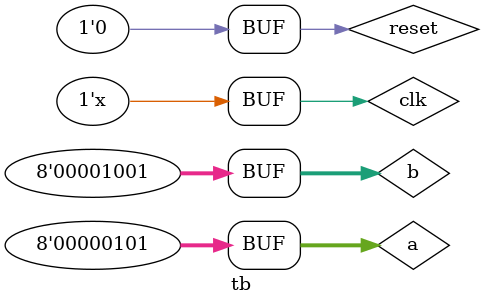
<source format=v>
module tb();
    // input
    reg clk;
    reg reset;
    reg [7:0]a;
    reg [7:0]b;
    // output
    wire [7:0]c;

    // Unit Under Test(UUT)
    addr uut(
        .clk(clk),
        .reset(reset),
        .a(a),
        .b(b),
        .c(c)
    );

    initial begin
        // initialize input
        clk = 0;
        reset = 0;
        a = 0;
        b = 0;
        #10;   // represent over 10 unit time(1 ns/unit)
        reset = 1;
        #10;
        reset = 0;
        #100;
        a = 4;
        b = 7;
        #10;
        a = 8;
        b = 17;

        #100;
        a = 5;
        b = 9;
    end
    always #5 clk = ~clk; // 100 Mhz clock
endmodule
</source>
